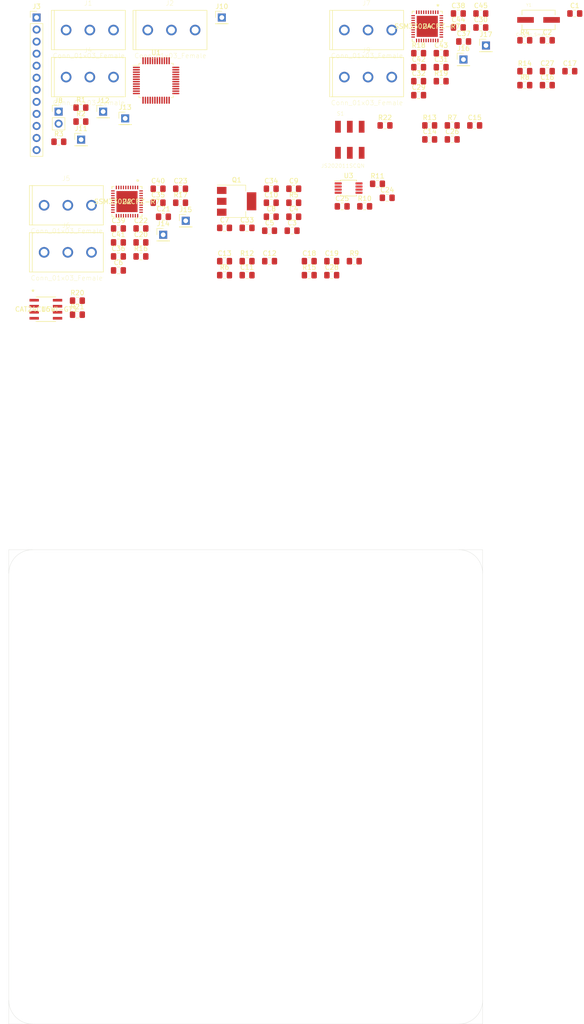
<source format=kicad_pcb>
(kicad_pcb (version 20171130) (host pcbnew "(5.1.4)-1")
  (layers (0 F.Cu signal) (31 B.Cu signal) (34 B.Paste user) (35 F.Paste user) (36 B.SilkS user) (37 F.SilkS user) (38 B.Mask user) (39 F.Mask user) (44 Edge.Cuts user))
  (net 0 "")
  (net 1 "Net-(C1-Pad2)")
  (net 2 GND)
  (net 3 /oscillator/MCLKI)
  (net 4 +3V3)
  (net 5 /power/DVDD)
  (net 6 "Net-(C11-Pad2)")
  (net 7 "Net-(C11-Pad1)")
  (net 8 "/output filter 2/In")
  (net 9 "Net-(C12-Pad1)")
  (net 10 "/output filter 1/In")
  (net 11 "Net-(C14-Pad1)")
  (net 12 "Net-(C15-Pad1)")
  (net 13 "/output filter 3/In")
  (net 14 "Net-(C16-Pad1)")
  (net 15 "Net-(C17-Pad1)")
  (net 16 "/output filter  4/In")
  (net 17 "Net-(C18-Pad1)")
  (net 18 "Net-(C19-Pad1)")
  (net 19 +12V)
  (net 20 "Net-(C26-Pad1)")
  (net 21 "Net-(C27-Pad1)")
  (net 22 "Net-(C28-Pad1)")
  (net 23 "Net-(C35-Pad1)")
  (net 24 "Net-(C36-Pad1)")
  (net 25 "Net-(C37-Pad1)")
  (net 26 "Net-(C38-Pad1)")
  (net 27 "Net-(J1-Pad3)")
  (net 28 "Net-(J1-Pad2)")
  (net 29 "Net-(J3-Pad11)")
  (net 30 "Net-(J3-Pad9)")
  (net 31 "Net-(J3-Pad7)")
  (net 32 "Net-(J3-Pad5)")
  (net 33 "Net-(J3-Pad3)")
  (net 34 "Net-(J3-Pad1)")
  (net 35 "Net-(J3-Pad12)")
  (net 36 "Net-(J3-Pad10)")
  (net 37 "Net-(J3-Pad8)")
  (net 38 "Net-(J3-Pad6)")
  (net 39 "Net-(J3-Pad4)")
  (net 40 "Net-(J3-Pad2)")
  (net 41 /SSM3302_1/IN_R)
  (net 42 /SSM3302_1/IN_L)
  (net 43 /EEPROM/SDA)
  (net 44 /EEPROM/SCL)
  (net 45 /power/VDRIVE)
  (net 46 "Net-(R1-Pad1)")
  (net 47 "Net-(R2-Pad1)")
  (net 48 "Net-(R3-Pad1)")
  (net 49 /oscillator/OSCO)
  (net 50 "Net-(R10-Pad2)")
  (net 51 /SSM3302_2/IN_R)
  (net 52 /SSM3302_2/IN_L)
  (net 53 "Net-(R16-Pad1)")
  (net 54 "Net-(R17-Pad1)")
  (net 55 "Net-(R18-Pad1)")
  (net 56 "Net-(R19-Pad1)")
  (net 57 "Net-(R22-Pad2)")
  (net 58 /EEPROM/WP)
  (net 59 "Net-(U1-Pad47)")
  (net 60 "Net-(U1-Pad41)")
  (net 61 "Net-(U1-Pad40)")
  (net 62 "Net-(U1-Pad39)")
  (net 63 "Net-(U1-Pad38)")
  (net 64 "Net-(U1-Pad35)")
  (net 65 "Net-(U1-Pad20)")
  (net 66 "Net-(U1-Pad7)")
  (net 67 "Net-(U1-Pad6)")
  (net 68 "Net-(U1-Pad5)")
  (net 69 "Net-(U2-Pad18)")
  (net 70 "Net-(U2-Pad13)")
  (net 71 "Net-(U4-Pad18)")
  (net 72 "Net-(U4-Pad13)")
  (net 73 "Net-(U5-Pad3)")
  (net 74 "Net-(U5-Pad2)")
  (net 75 "Net-(U5-Pad1)")
  (net 76 "Net-(C6-Pad2)")
  (net 77 "Net-(C6-Pad1)")
  (net 78 "Net-(C39-Pad2)")
  (net 79 "Net-(C39-Pad1)")
  (net 80 "Net-(C40-Pad2)")
  (net 81 "Net-(C40-Pad1)")
  (net 82 "Net-(C41-Pad2)")
  (net 83 "Net-(C41-Pad1)")
  (net 84 "Net-(C42-Pad2)")
  (net 85 "Net-(C42-Pad1)")
  (net 86 "Net-(C43-Pad2)")
  (net 87 "Net-(C43-Pad1)")
  (net 88 "Net-(C44-Pad2)")
  (net 89 "Net-(C44-Pad1)")
  (net 90 "Net-(C45-Pad2)")
  (net 91 "Net-(C45-Pad1)")
  (net 92 NOT_PWR)
  (net 93 +5V)
  (net 94 "Net-(J14-Pad1)")
  (net 95 "Net-(J15-Pad1)")
  (net 96 "Net-(J16-Pad1)")
  (net 97 "Net-(J17-Pad1)")
  (module ECS-122.8-20-3X-EN-TR:XTAL_ECS-122.8-20-3X-EN-TR (layer F.Cu) (at 173.795001 -63.714999)
    (fp_text reference Y1 (at -2.05498 -3.1404) (layer F.SilkS) (effects (font (size 0.641428 0.641428) (thickness 0.05))))
    (fp_text value Crystal_Small (at -1.48388 3.10144) (layer F.SilkS) (effects (font (size 0.640379 0.640379) (thickness 0.05))))
    (pad 2 smd rect (at 2.75 0) (size 3.5 1.2) (layers F.Cu F.Paste F.Mask) (net 3 /oscillator/MCLKI))
    (pad 1 smd rect (at -2.75 0) (size 3.5 1.2) (layers F.Cu F.Paste F.Mask) (net 1 "Net-(C1-Pad2)"))
  )
  (module CAT24:CAT24C16WI-GT3 (layer F.Cu) (at 69.824601 -2.708699)
    (fp_text reference U5 (at 0 0) (layer F.SilkS))
    (fp_text value CAT24C16WI-GT3 (at 0 0) (layer F.SilkS))
    (fp_text user * (at -2.7178 -3.6068) (layer F.SilkS))
    (pad 8 smd rect (at 2.4638 -1.905) (size 1.9812 0.5588) (layers F.Cu F.Paste F.Mask) (net 4 +3V3))
    (pad 7 smd rect (at 2.4638 -0.635) (size 1.9812 0.5588) (layers F.Cu F.Paste F.Mask) (net 58 /EEPROM/WP))
    (pad 6 smd rect (at 2.4638 0.635) (size 1.9812 0.5588) (layers F.Cu F.Paste F.Mask) (net 44 /EEPROM/SCL))
    (pad 5 smd rect (at 2.4638 1.905) (size 1.9812 0.5588) (layers F.Cu F.Paste F.Mask) (net 43 /EEPROM/SDA))
    (pad 4 smd rect (at -2.4638 1.905) (size 1.9812 0.5588) (layers F.Cu F.Paste F.Mask) (net 2 GND))
    (pad 3 smd rect (at -2.4638 0.635) (size 1.9812 0.5588) (layers F.Cu F.Paste F.Mask) (net 73 "Net-(U5-Pad3)"))
    (pad 2 smd rect (at -2.4638 -0.635) (size 1.9812 0.5588) (layers F.Cu F.Paste F.Mask) (net 74 "Net-(U5-Pad2)"))
    (pad 1 smd rect (at -2.4638 -1.905) (size 1.9812 0.5588) (layers F.Cu F.Paste F.Mask) (net 75 "Net-(U5-Pad1)"))
  )
  (module SSM3302:SSM3302ACPZ-R7 (layer F.Cu) (at 150.305002 -62.354998)
    (fp_text reference U4 (at 0 0) (layer F.SilkS))
    (fp_text value SSM3302ACPZ-R7 (at 0 0) (layer F.SilkS))
    (fp_text user * (at 2.25 -4.120401) (layer F.SilkS))
    (pad HTAB smd rect (at 0 0) (size 4.450001 4.450001) (layers F.Cu F.Paste F.Mask) (net 2 GND))
    (pad 40 smd rect (at 2.977401 -2.250001 90) (size 0.2492 0.7548) (layers F.Cu F.Paste F.Mask) (net 2 GND))
    (pad 39 smd rect (at 2.977401 -1.749999 90) (size 0.2492 0.7548) (layers F.Cu F.Paste F.Mask) (net 2 GND))
    (pad 38 smd rect (at 2.977401 -1.25 90) (size 0.2492 0.7548) (layers F.Cu F.Paste F.Mask) (net 2 GND))
    (pad 37 smd rect (at 2.977401 -0.750001 90) (size 0.2492 0.7548) (layers F.Cu F.Paste F.Mask) (net 19 +12V))
    (pad 36 smd rect (at 2.977401 -0.25 90) (size 0.2492 0.7548) (layers F.Cu F.Paste F.Mask) (net 19 +12V))
    (pad 35 smd rect (at 2.977401 0.25 90) (size 0.2492 0.7548) (layers F.Cu F.Paste F.Mask) (net 19 +12V))
    (pad 34 smd rect (at 2.977401 0.750001 90) (size 0.2492 0.7548) (layers F.Cu F.Paste F.Mask) (net 19 +12V))
    (pad 33 smd rect (at 2.977401 1.25 90) (size 0.2492 0.7548) (layers F.Cu F.Paste F.Mask) (net 2 GND))
    (pad 32 smd rect (at 2.977401 1.749999 90) (size 0.2492 0.7548) (layers F.Cu F.Paste F.Mask) (net 2 GND))
    (pad 31 smd rect (at 2.977401 2.250001 90) (size 0.2492 0.7548) (layers F.Cu F.Paste F.Mask) (net 2 GND))
    (pad 30 smd rect (at 2.250001 2.977401) (size 0.2492 0.7548) (layers F.Cu F.Paste F.Mask) (net 88 "Net-(C44-Pad2)"))
    (pad 29 smd rect (at 1.749999 2.977401) (size 0.2492 0.7548) (layers F.Cu F.Paste F.Mask) (net 89 "Net-(C44-Pad1)"))
    (pad 28 smd rect (at 1.25 2.977401) (size 0.2492 0.7548) (layers F.Cu F.Paste F.Mask) (net 89 "Net-(C44-Pad1)"))
    (pad 27 smd rect (at 0.750001 2.977401) (size 0.2492 0.7548) (layers F.Cu F.Paste F.Mask) (net 91 "Net-(C45-Pad1)"))
    (pad 26 smd rect (at 0.25 2.977401) (size 0.2492 0.7548) (layers F.Cu F.Paste F.Mask) (net 91 "Net-(C45-Pad1)"))
    (pad 25 smd rect (at -0.25 2.977401) (size 0.2492 0.7548) (layers F.Cu F.Paste F.Mask) (net 90 "Net-(C45-Pad2)"))
    (pad 24 smd rect (at -0.750001 2.977401) (size 0.2492 0.7548) (layers F.Cu F.Paste F.Mask) (net 2 GND))
    (pad 23 smd rect (at -1.25 2.977401) (size 0.2492 0.7548) (layers F.Cu F.Paste F.Mask) (net 4 +3V3))
    (pad 22 smd rect (at -1.749999 2.977401) (size 0.2492 0.7548) (layers F.Cu F.Paste F.Mask) (net 92 NOT_PWR))
    (pad 21 smd rect (at -2.250001 2.977401) (size 0.2492 0.7548) (layers F.Cu F.Paste F.Mask) (net 97 "Net-(J17-Pad1)"))
    (pad 20 smd rect (at -2.977401 2.250001 90) (size 0.2492 0.7548) (layers F.Cu F.Paste F.Mask) (net 51 /SSM3302_2/IN_R))
    (pad 19 smd rect (at -2.977401 1.749999 90) (size 0.2492 0.7548) (layers F.Cu F.Paste F.Mask) (net 56 "Net-(R19-Pad1)"))
    (pad 18 smd rect (at -2.977401 1.25 90) (size 0.2492 0.7548) (layers F.Cu F.Paste F.Mask) (net 71 "Net-(U4-Pad18)"))
    (pad 17 smd rect (at -2.977401 0.750001 90) (size 0.2492 0.7548) (layers F.Cu F.Paste F.Mask) (net 96 "Net-(J16-Pad1)"))
    (pad 16 smd rect (at -2.977401 0.25 90) (size 0.2492 0.7548) (layers F.Cu F.Paste F.Mask) (net 2 GND))
    (pad 15 smd rect (at -2.977401 -0.25 90) (size 0.2492 0.7548) (layers F.Cu F.Paste F.Mask) (net 2 GND))
    (pad 14 smd rect (at -2.977401 -0.750001 90) (size 0.2492 0.7548) (layers F.Cu F.Paste F.Mask) (net 2 GND))
    (pad 13 smd rect (at -2.977401 -1.25 90) (size 0.2492 0.7548) (layers F.Cu F.Paste F.Mask) (net 72 "Net-(U4-Pad13)"))
    (pad 12 smd rect (at -2.977401 -1.749999 90) (size 0.2492 0.7548) (layers F.Cu F.Paste F.Mask) (net 55 "Net-(R18-Pad1)"))
    (pad 11 smd rect (at -2.977401 -2.250001 90) (size 0.2492 0.7548) (layers F.Cu F.Paste F.Mask) (net 52 /SSM3302_2/IN_L))
    (pad 10 smd rect (at -2.250001 -2.977401) (size 0.2492 0.7548) (layers F.Cu F.Paste F.Mask) (net 93 +5V))
    (pad 9 smd rect (at -1.749999 -2.977401) (size 0.2492 0.7548) (layers F.Cu F.Paste F.Mask) (net 92 NOT_PWR))
    (pad 8 smd rect (at -1.25 -2.977401) (size 0.2492 0.7548) (layers F.Cu F.Paste F.Mask) (net 93 +5V))
    (pad 7 smd rect (at -0.750001 -2.977401) (size 0.2492 0.7548) (layers F.Cu F.Paste F.Mask) (net 2 GND))
    (pad 6 smd rect (at -0.25 -2.977401) (size 0.2492 0.7548) (layers F.Cu F.Paste F.Mask) (net 87 "Net-(C43-Pad1)"))
    (pad 5 smd rect (at 0.25 -2.977401) (size 0.2492 0.7548) (layers F.Cu F.Paste F.Mask) (net 86 "Net-(C43-Pad2)"))
    (pad 4 smd rect (at 0.750001 -2.977401) (size 0.2492 0.7548) (layers F.Cu F.Paste F.Mask) (net 86 "Net-(C43-Pad2)"))
    (pad 3 smd rect (at 1.25 -2.977401) (size 0.2492 0.7548) (layers F.Cu F.Paste F.Mask) (net 84 "Net-(C42-Pad2)"))
    (pad 2 smd rect (at 1.749999 -2.977401) (size 0.2492 0.7548) (layers F.Cu F.Paste F.Mask) (net 84 "Net-(C42-Pad2)"))
    (pad 1 smd rect (at 2.250001 -2.977401) (size 0.2492 0.7548) (layers F.Cu F.Paste F.Mask) (net 85 "Net-(C42-Pad1)"))
  )
  (module Package_SO:MSOP-8_3x3mm_P0.65mm (layer F.Cu) (at 133.705001 -28.254999)
    (fp_text reference U3 (at 0 -2.6) (layer F.SilkS))
    (fp_text value ADP3336ARMZ)
    (pad 8 smd rect (at 2.2 -0.975) (size 1.45 0.45) (layers F.Cu F.Paste F.Mask) (net 19 +12V))
    (pad 7 smd rect (at 2.2 -0.325) (size 1.45 0.45) (layers F.Cu F.Paste F.Mask) (net 19 +12V))
    (pad 6 smd rect (at 2.2 0.325) (size 1.45 0.45) (layers F.Cu F.Paste F.Mask) (net 19 +12V))
    (pad 5 smd rect (at 2.2 0.975) (size 1.45 0.45) (layers F.Cu F.Paste F.Mask) (net 50 "Net-(R10-Pad2)"))
    (pad 4 smd rect (at -2.2 0.975) (size 1.45 0.45) (layers F.Cu F.Paste F.Mask) (net 2 GND))
    (pad 3 smd rect (at -2.2 0.325) (size 1.45 0.45) (layers F.Cu F.Paste F.Mask) (net 4 +3V3))
    (pad 2 smd rect (at -2.2 -0.325) (size 1.45 0.45) (layers F.Cu F.Paste F.Mask) (net 4 +3V3))
    (pad 1 smd rect (at -2.2 -0.975) (size 1.45 0.45) (layers F.Cu F.Paste F.Mask) (net 4 +3V3))
  )
  (module SSM3302:SSM3302ACPZ-R7 (layer F.Cu) (at 86.945002 -25.404998)
    (fp_text reference U2 (at 0 0) (layer F.SilkS))
    (fp_text value SSM3302ACPZ-R7 (at 0 0) (layer F.SilkS))
    (fp_text user * (at 2.25 -4.120401) (layer F.SilkS))
    (pad HTAB smd rect (at 0 0) (size 4.450001 4.450001) (layers F.Cu F.Paste F.Mask) (net 2 GND))
    (pad 40 smd rect (at 2.977401 -2.250001 90) (size 0.2492 0.7548) (layers F.Cu F.Paste F.Mask) (net 2 GND))
    (pad 39 smd rect (at 2.977401 -1.749999 90) (size 0.2492 0.7548) (layers F.Cu F.Paste F.Mask) (net 2 GND))
    (pad 38 smd rect (at 2.977401 -1.25 90) (size 0.2492 0.7548) (layers F.Cu F.Paste F.Mask) (net 2 GND))
    (pad 37 smd rect (at 2.977401 -0.750001 90) (size 0.2492 0.7548) (layers F.Cu F.Paste F.Mask) (net 19 +12V))
    (pad 36 smd rect (at 2.977401 -0.25 90) (size 0.2492 0.7548) (layers F.Cu F.Paste F.Mask) (net 19 +12V))
    (pad 35 smd rect (at 2.977401 0.25 90) (size 0.2492 0.7548) (layers F.Cu F.Paste F.Mask) (net 19 +12V))
    (pad 34 smd rect (at 2.977401 0.750001 90) (size 0.2492 0.7548) (layers F.Cu F.Paste F.Mask) (net 19 +12V))
    (pad 33 smd rect (at 2.977401 1.25 90) (size 0.2492 0.7548) (layers F.Cu F.Paste F.Mask) (net 2 GND))
    (pad 32 smd rect (at 2.977401 1.749999 90) (size 0.2492 0.7548) (layers F.Cu F.Paste F.Mask) (net 2 GND))
    (pad 31 smd rect (at 2.977401 2.250001 90) (size 0.2492 0.7548) (layers F.Cu F.Paste F.Mask) (net 2 GND))
    (pad 30 smd rect (at 2.250001 2.977401) (size 0.2492 0.7548) (layers F.Cu F.Paste F.Mask) (net 80 "Net-(C40-Pad2)"))
    (pad 29 smd rect (at 1.749999 2.977401) (size 0.2492 0.7548) (layers F.Cu F.Paste F.Mask) (net 81 "Net-(C40-Pad1)"))
    (pad 28 smd rect (at 1.25 2.977401) (size 0.2492 0.7548) (layers F.Cu F.Paste F.Mask) (net 81 "Net-(C40-Pad1)"))
    (pad 27 smd rect (at 0.750001 2.977401) (size 0.2492 0.7548) (layers F.Cu F.Paste F.Mask) (net 83 "Net-(C41-Pad1)"))
    (pad 26 smd rect (at 0.25 2.977401) (size 0.2492 0.7548) (layers F.Cu F.Paste F.Mask) (net 83 "Net-(C41-Pad1)"))
    (pad 25 smd rect (at -0.25 2.977401) (size 0.2492 0.7548) (layers F.Cu F.Paste F.Mask) (net 82 "Net-(C41-Pad2)"))
    (pad 24 smd rect (at -0.750001 2.977401) (size 0.2492 0.7548) (layers F.Cu F.Paste F.Mask) (net 2 GND))
    (pad 23 smd rect (at -1.25 2.977401) (size 0.2492 0.7548) (layers F.Cu F.Paste F.Mask) (net 4 +3V3))
    (pad 22 smd rect (at -1.749999 2.977401) (size 0.2492 0.7548) (layers F.Cu F.Paste F.Mask) (net 92 NOT_PWR))
    (pad 21 smd rect (at -2.250001 2.977401) (size 0.2492 0.7548) (layers F.Cu F.Paste F.Mask) (net 95 "Net-(J15-Pad1)"))
    (pad 20 smd rect (at -2.977401 2.250001 90) (size 0.2492 0.7548) (layers F.Cu F.Paste F.Mask) (net 41 /SSM3302_1/IN_R))
    (pad 19 smd rect (at -2.977401 1.749999 90) (size 0.2492 0.7548) (layers F.Cu F.Paste F.Mask) (net 54 "Net-(R17-Pad1)"))
    (pad 18 smd rect (at -2.977401 1.25 90) (size 0.2492 0.7548) (layers F.Cu F.Paste F.Mask) (net 69 "Net-(U2-Pad18)"))
    (pad 17 smd rect (at -2.977401 0.750001 90) (size 0.2492 0.7548) (layers F.Cu F.Paste F.Mask) (net 94 "Net-(J14-Pad1)"))
    (pad 16 smd rect (at -2.977401 0.25 90) (size 0.2492 0.7548) (layers F.Cu F.Paste F.Mask) (net 2 GND))
    (pad 15 smd rect (at -2.977401 -0.25 90) (size 0.2492 0.7548) (layers F.Cu F.Paste F.Mask) (net 2 GND))
    (pad 14 smd rect (at -2.977401 -0.750001 90) (size 0.2492 0.7548) (layers F.Cu F.Paste F.Mask) (net 2 GND))
    (pad 13 smd rect (at -2.977401 -1.25 90) (size 0.2492 0.7548) (layers F.Cu F.Paste F.Mask) (net 70 "Net-(U2-Pad13)"))
    (pad 12 smd rect (at -2.977401 -1.749999 90) (size 0.2492 0.7548) (layers F.Cu F.Paste F.Mask) (net 53 "Net-(R16-Pad1)"))
    (pad 11 smd rect (at -2.977401 -2.250001 90) (size 0.2492 0.7548) (layers F.Cu F.Paste F.Mask) (net 42 /SSM3302_1/IN_L))
    (pad 10 smd rect (at -2.250001 -2.977401) (size 0.2492 0.7548) (layers F.Cu F.Paste F.Mask) (net 93 +5V))
    (pad 9 smd rect (at -1.749999 -2.977401) (size 0.2492 0.7548) (layers F.Cu F.Paste F.Mask) (net 92 NOT_PWR))
    (pad 8 smd rect (at -1.25 -2.977401) (size 0.2492 0.7548) (layers F.Cu F.Paste F.Mask) (net 93 +5V))
    (pad 7 smd rect (at -0.750001 -2.977401) (size 0.2492 0.7548) (layers F.Cu F.Paste F.Mask) (net 2 GND))
    (pad 6 smd rect (at -0.25 -2.977401) (size 0.2492 0.7548) (layers F.Cu F.Paste F.Mask) (net 79 "Net-(C39-Pad1)"))
    (pad 5 smd rect (at 0.25 -2.977401) (size 0.2492 0.7548) (layers F.Cu F.Paste F.Mask) (net 78 "Net-(C39-Pad2)"))
    (pad 4 smd rect (at 0.750001 -2.977401) (size 0.2492 0.7548) (layers F.Cu F.Paste F.Mask) (net 78 "Net-(C39-Pad2)"))
    (pad 3 smd rect (at 1.25 -2.977401) (size 0.2492 0.7548) (layers F.Cu F.Paste F.Mask) (net 76 "Net-(C6-Pad2)"))
    (pad 2 smd rect (at 1.749999 -2.977401) (size 0.2492 0.7548) (layers F.Cu F.Paste F.Mask) (net 76 "Net-(C6-Pad2)"))
    (pad 1 smd rect (at 2.250001 -2.977401) (size 0.2492 0.7548) (layers F.Cu F.Paste F.Mask) (net 77 "Net-(C6-Pad1)"))
  )
  (module Package_QFP:LQFP-48_7x7mm_P0.5mm (layer F.Cu) (at 93.085001 -50.944999)
    (fp_text reference U1 (at 0 -5.85) (layer F.SilkS))
    (fp_text value ADAU1701)
    (pad 48 smd roundrect (at -2.75 -4.1625) (size 0.3 1.475) (layers F.Cu F.Paste F.Mask) (net 4 +3V3))
    (pad 47 smd roundrect (at -2.25 -4.1625) (size 0.3 1.475) (layers F.Cu F.Paste F.Mask) (net 59 "Net-(U1-Pad47)"))
    (pad 46 smd roundrect (at -1.75 -4.1625) (size 0.3 1.475) (layers F.Cu F.Paste F.Mask) (net 10 "/output filter 1/In"))
    (pad 45 smd roundrect (at -1.25 -4.1625) (size 0.3 1.475) (layers F.Cu F.Paste F.Mask) (net 8 "/output filter 2/In"))
    (pad 44 smd roundrect (at -0.75 -4.1625) (size 0.3 1.475) (layers F.Cu F.Paste F.Mask) (net 13 "/output filter 3/In"))
    (pad 43 smd roundrect (at -0.25 -4.1625) (size 0.3 1.475) (layers F.Cu F.Paste F.Mask) (net 16 "/output filter  4/In"))
    (pad 42 smd roundrect (at 0.25 -4.1625) (size 0.3 1.475) (layers F.Cu F.Paste F.Mask) (net 2 GND))
    (pad 41 smd roundrect (at 0.75 -4.1625) (size 0.3 1.475) (layers F.Cu F.Paste F.Mask) (net 60 "Net-(U1-Pad41)"))
    (pad 40 smd roundrect (at 1.25 -4.1625) (size 0.3 1.475) (layers F.Cu F.Paste F.Mask) (net 61 "Net-(U1-Pad40)"))
    (pad 39 smd roundrect (at 1.75 -4.1625) (size 0.3 1.475) (layers F.Cu F.Paste F.Mask) (net 62 "Net-(U1-Pad39)"))
    (pad 38 smd roundrect (at 2.25 -4.1625) (size 0.3 1.475) (layers F.Cu F.Paste F.Mask) (net 63 "Net-(U1-Pad38)"))
    (pad 37 smd roundrect (at 2.75 -4.1625) (size 0.3 1.475) (layers F.Cu F.Paste F.Mask) (net 2 GND))
    (pad 36 smd roundrect (at 4.1625 -2.75) (size 1.475 0.3) (layers F.Cu F.Paste F.Mask) (net 4 +3V3))
    (pad 35 smd roundrect (at 4.1625 -2.25) (size 1.475 0.3) (layers F.Cu F.Paste F.Mask) (net 64 "Net-(U1-Pad35)"))
    (pad 34 smd roundrect (at 4.1625 -1.75) (size 1.475 0.3) (layers F.Cu F.Paste F.Mask) (net 4 +3V3))
    (pad 33 smd roundrect (at 4.1625 -1.25) (size 1.475 0.3) (layers F.Cu F.Paste F.Mask) (net 2 GND))
    (pad 32 smd roundrect (at 4.1625 -0.75) (size 1.475 0.3) (layers F.Cu F.Paste F.Mask) (net 3 /oscillator/MCLKI))
    (pad 31 smd roundrect (at 4.1625 -0.25) (size 1.475 0.3) (layers F.Cu F.Paste F.Mask) (net 49 /oscillator/OSCO))
    (pad 30 smd roundrect (at 4.1625 0.25) (size 1.475 0.3) (layers F.Cu F.Paste F.Mask) (net 2 GND))
    (pad 29 smd roundrect (at 4.1625 0.75) (size 1.475 0.3) (layers F.Cu F.Paste F.Mask) (net 33 "Net-(J3-Pad3)"))
    (pad 28 smd roundrect (at 4.1625 1.25) (size 1.475 0.3) (layers F.Cu F.Paste F.Mask) (net 39 "Net-(J3-Pad4)"))
    (pad 27 smd roundrect (at 4.1625 1.75) (size 1.475 0.3) (layers F.Cu F.Paste F.Mask) (net 30 "Net-(J3-Pad9)"))
    (pad 26 smd roundrect (at 4.1625 2.25) (size 1.475 0.3) (layers F.Cu F.Paste F.Mask) (net 36 "Net-(J3-Pad10)"))
    (pad 25 smd roundrect (at 4.1625 2.75) (size 1.475 0.3) (layers F.Cu F.Paste F.Mask) (net 2 GND))
    (pad 24 smd roundrect (at 2.75 4.1625) (size 0.3 1.475) (layers F.Cu F.Paste F.Mask) (net 5 /power/DVDD))
    (pad 23 smd roundrect (at 2.25 4.1625) (size 0.3 1.475) (layers F.Cu F.Paste F.Mask) (net 44 /EEPROM/SCL))
    (pad 22 smd roundrect (at 1.75 4.1625) (size 0.3 1.475) (layers F.Cu F.Paste F.Mask) (net 43 /EEPROM/SDA))
    (pad 21 smd roundrect (at 1.25 4.1625) (size 0.3 1.475) (layers F.Cu F.Paste F.Mask) (net 58 /EEPROM/WP))
    (pad 20 smd roundrect (at 0.75 4.1625) (size 0.3 1.475) (layers F.Cu F.Paste F.Mask) (net 65 "Net-(U1-Pad20)"))
    (pad 19 smd roundrect (at 0.25 4.1625) (size 0.3 1.475) (layers F.Cu F.Paste F.Mask) (net 35 "Net-(J3-Pad12)"))
    (pad 18 smd roundrect (at -0.25 4.1625) (size 0.3 1.475) (layers F.Cu F.Paste F.Mask) (net 4 +3V3))
    (pad 17 smd roundrect (at -0.75 4.1625) (size 0.3 1.475) (layers F.Cu F.Paste F.Mask) (net 45 /power/VDRIVE))
    (pad 16 smd roundrect (at -1.25 4.1625) (size 0.3 1.475) (layers F.Cu F.Paste F.Mask) (net 29 "Net-(J3-Pad11)"))
    (pad 15 smd roundrect (at -1.75 4.1625) (size 0.3 1.475) (layers F.Cu F.Paste F.Mask) (net 31 "Net-(J3-Pad7)"))
    (pad 14 smd roundrect (at -2.25 4.1625) (size 0.3 1.475) (layers F.Cu F.Paste F.Mask) (net 37 "Net-(J3-Pad8)"))
    (pad 13 smd roundrect (at -2.75 4.1625) (size 0.3 1.475) (layers F.Cu F.Paste F.Mask) (net 5 /power/DVDD))
    (pad 12 smd roundrect (at -4.1625 2.75) (size 1.475 0.3) (layers F.Cu F.Paste F.Mask) (net 2 GND))
    (pad 11 smd roundrect (at -4.1625 2.25) (size 1.475 0.3) (layers F.Cu F.Paste F.Mask) (net 34 "Net-(J3-Pad1)"))
    (pad 10 smd roundrect (at -4.1625 1.75) (size 1.475 0.3) (layers F.Cu F.Paste F.Mask) (net 40 "Net-(J3-Pad2)"))
    (pad 9 smd roundrect (at -4.1625 1.25) (size 1.475 0.3) (layers F.Cu F.Paste F.Mask) (net 38 "Net-(J3-Pad6)"))
    (pad 8 smd roundrect (at -4.1625 0.75) (size 1.475 0.3) (layers F.Cu F.Paste F.Mask) (net 32 "Net-(J3-Pad5)"))
    (pad 7 smd roundrect (at -4.1625 0.25) (size 1.475 0.3) (layers F.Cu F.Paste F.Mask) (net 66 "Net-(U1-Pad7)"))
    (pad 6 smd roundrect (at -4.1625 -0.25) (size 1.475 0.3) (layers F.Cu F.Paste F.Mask) (net 67 "Net-(U1-Pad6)"))
    (pad 5 smd roundrect (at -4.1625 -0.75) (size 1.475 0.3) (layers F.Cu F.Paste F.Mask) (net 68 "Net-(U1-Pad5)"))
    (pad 4 smd roundrect (at -4.1625 -1.25) (size 1.475 0.3) (layers F.Cu F.Paste F.Mask) (net 48 "Net-(R3-Pad1)"))
    (pad 3 smd roundrect (at -4.1625 -1.75) (size 1.475 0.3) (layers F.Cu F.Paste F.Mask) (net 46 "Net-(R1-Pad1)"))
    (pad 2 smd roundrect (at -4.1625 -2.25) (size 1.475 0.3) (layers F.Cu F.Paste F.Mask) (net 47 "Net-(R2-Pad1)"))
    (pad 1 smd roundrect (at -4.1625 -2.75) (size 1.475 0.3) (layers F.Cu F.Paste F.Mask) (net 2 GND))
  )
  (module "Switch JS202011SCQN:SW_JS202011SCQN" (layer F.Cu) (at 133.963501 -38.44)
    (fp_text reference S1 (at -1.97145 -5.51762) (layer F.SilkS) (effects (font (size 0.801394 0.801394) (thickness 0.05))))
    (fp_text value JS202011SCQN (at -1.46182 5.49885) (layer F.SilkS) (effects (font (size 0.801 0.801) (thickness 0.05))))
    (pad 6 smd rect (at 2.5 -2.75) (size 1.2 2.5) (layers F.Cu F.Paste F.Mask) (net 57 "Net-(R22-Pad2)"))
    (pad 5 smd rect (at 0 -2.75) (size 1.2 2.5) (layers F.Cu F.Paste F.Mask) (net 58 /EEPROM/WP))
    (pad 4 smd rect (at -2.5 -2.75) (size 1.2 2.5) (layers F.Cu F.Paste F.Mask) (net 2 GND))
    (pad 3 smd rect (at 2.5 2.75) (size 1.2 2.5) (layers F.Cu F.Paste F.Mask) (net 57 "Net-(R22-Pad2)"))
    (pad 2 smd rect (at 0 2.75) (size 1.2 2.5) (layers F.Cu F.Paste F.Mask) (net 58 /EEPROM/WP))
    (pad 1 smd rect (at -2.5 2.75) (size 1.2 2.5) (layers F.Cu F.Paste F.Mask) (net 2 GND))
  )
  (module Resistor_SMD:R_0805_2012Metric_Pad1.15x1.40mm_HandSolder (layer F.Cu) (at 141.395001 -41.464999)
    (fp_text reference R22 (at 0 -1.65) (layer F.SilkS))
    (fp_text value 2k20)
    (pad 2 smd roundrect (at 1.025 0) (size 1.15 1.4) (layers F.Cu F.Paste F.Mask) (roundrect_rratio 0.217391) (net 57 "Net-(R22-Pad2)"))
    (pad 1 smd roundrect (at -1.025 0) (size 1.15 1.4) (layers F.Cu F.Paste F.Mask) (roundrect_rratio 0.217391) (net 4 +3V3))
  )
  (module Resistor_SMD:R_0805_2012Metric_Pad1.15x1.40mm_HandSolder (layer F.Cu) (at 76.475001 -1.564999)
    (fp_text reference R21 (at 0 -1.65) (layer F.SilkS))
    (fp_text value 2k20)
    (pad 2 smd roundrect (at 1.025 0) (size 1.15 1.4) (layers F.Cu F.Paste F.Mask) (roundrect_rratio 0.217391) (net 43 /EEPROM/SDA))
    (pad 1 smd roundrect (at -1.025 0) (size 1.15 1.4) (layers F.Cu F.Paste F.Mask) (roundrect_rratio 0.217391) (net 4 +3V3))
  )
  (module Resistor_SMD:R_0805_2012Metric_Pad1.15x1.40mm_HandSolder (layer F.Cu) (at 76.475001 -4.514999)
    (fp_text reference R20 (at 0 -1.65) (layer F.SilkS))
    (fp_text value 2k20)
    (pad 2 smd roundrect (at 1.025 0) (size 1.15 1.4) (layers F.Cu F.Paste F.Mask) (roundrect_rratio 0.217391) (net 44 /EEPROM/SCL))
    (pad 1 smd roundrect (at -1.025 0) (size 1.15 1.4) (layers F.Cu F.Paste F.Mask) (roundrect_rratio 0.217391) (net 4 +3V3))
  )
  (module Resistor_SMD:R_0805_2012Metric_Pad1.15x1.40mm_HandSolder (layer F.Cu) (at 153.245001 -50.794999)
    (fp_text reference R19 (at 0 -1.65) (layer F.SilkS))
    (fp_text value 13k)
    (pad 2 smd roundrect (at 1.025 0) (size 1.15 1.4) (layers F.Cu F.Paste F.Mask) (roundrect_rratio 0.217391) (net 26 "Net-(C38-Pad1)"))
    (pad 1 smd roundrect (at -1.025 0) (size 1.15 1.4) (layers F.Cu F.Paste F.Mask) (roundrect_rratio 0.217391) (net 56 "Net-(R19-Pad1)"))
  )
  (module Resistor_SMD:R_0805_2012Metric_Pad1.15x1.40mm_HandSolder (layer F.Cu) (at 148.495001 -56.694999)
    (fp_text reference R18 (at 0 -1.65) (layer F.SilkS))
    (fp_text value 13k)
    (pad 2 smd roundrect (at 1.025 0) (size 1.15 1.4) (layers F.Cu F.Paste F.Mask) (roundrect_rratio 0.217391) (net 25 "Net-(C37-Pad1)"))
    (pad 1 smd roundrect (at -1.025 0) (size 1.15 1.4) (layers F.Cu F.Paste F.Mask) (roundrect_rratio 0.217391) (net 55 "Net-(R18-Pad1)"))
  )
  (module Resistor_SMD:R_0805_2012Metric_Pad1.15x1.40mm_HandSolder (layer F.Cu) (at 98.255001 -25.164999)
    (fp_text reference R17 (at 0 -1.65) (layer F.SilkS))
    (fp_text value 13k)
    (pad 2 smd roundrect (at 1.025 0) (size 1.15 1.4) (layers F.Cu F.Paste F.Mask) (roundrect_rratio 0.217391) (net 24 "Net-(C36-Pad1)"))
    (pad 1 smd roundrect (at -1.025 0) (size 1.15 1.4) (layers F.Cu F.Paste F.Mask) (roundrect_rratio 0.217391) (net 54 "Net-(R17-Pad1)"))
  )
  (module Resistor_SMD:R_0805_2012Metric_Pad1.15x1.40mm_HandSolder (layer F.Cu) (at 89.885001 -13.844999)
    (fp_text reference R16 (at 0 -1.65) (layer F.SilkS))
    (fp_text value 13k)
    (pad 2 smd roundrect (at 1.025 0) (size 1.15 1.4) (layers F.Cu F.Paste F.Mask) (roundrect_rratio 0.217391) (net 23 "Net-(C35-Pad1)"))
    (pad 1 smd roundrect (at -1.025 0) (size 1.15 1.4) (layers F.Cu F.Paste F.Mask) (roundrect_rratio 0.217391) (net 53 "Net-(R16-Pad1)"))
  )
  (module Resistor_SMD:R_0805_2012Metric_Pad1.15x1.40mm_HandSolder (layer F.Cu) (at 125.405001 -9.894999)
    (fp_text reference R15 (at 0 -1.65) (layer F.SilkS))
    (fp_text value 13k)
    (pad 2 smd roundrect (at 1.025 0) (size 1.15 1.4) (layers F.Cu F.Paste F.Mask) (roundrect_rratio 0.217391) (net 22 "Net-(C28-Pad1)"))
    (pad 1 smd roundrect (at -1.025 0) (size 1.15 1.4) (layers F.Cu F.Paste F.Mask) (roundrect_rratio 0.217391) (net 52 /SSM3302_2/IN_L))
  )
  (module Resistor_SMD:R_0805_2012Metric_Pad1.15x1.40mm_HandSolder (layer F.Cu) (at 170.895001 -52.904999)
    (fp_text reference R14 (at 0 -1.65) (layer F.SilkS))
    (fp_text value 13k)
    (pad 2 smd roundrect (at 1.025 0) (size 1.15 1.4) (layers F.Cu F.Paste F.Mask) (roundrect_rratio 0.217391) (net 21 "Net-(C27-Pad1)"))
    (pad 1 smd roundrect (at -1.025 0) (size 1.15 1.4) (layers F.Cu F.Paste F.Mask) (roundrect_rratio 0.217391) (net 51 /SSM3302_2/IN_R))
  )
  (module Resistor_SMD:R_0805_2012Metric_Pad1.15x1.40mm_HandSolder (layer F.Cu) (at 150.825001 -41.464999)
    (fp_text reference R13 (at 0 -1.65) (layer F.SilkS))
    (fp_text value 13k)
    (pad 2 smd roundrect (at 1.025 0) (size 1.15 1.4) (layers F.Cu F.Paste F.Mask) (roundrect_rratio 0.217391) (net 20 "Net-(C26-Pad1)"))
    (pad 1 smd roundrect (at -1.025 0) (size 1.15 1.4) (layers F.Cu F.Paste F.Mask) (roundrect_rratio 0.217391) (net 41 /SSM3302_1/IN_R))
  )
  (module Resistor_SMD:R_0805_2012Metric_Pad1.15x1.40mm_HandSolder (layer F.Cu) (at 112.285001 -12.844999)
    (fp_text reference R12 (at 0 -1.65) (layer F.SilkS))
    (fp_text value 13k)
    (pad 2 smd roundrect (at 1.025 0) (size 1.15 1.4) (layers F.Cu F.Paste F.Mask) (roundrect_rratio 0.217391) (net 7 "Net-(C11-Pad1)"))
    (pad 1 smd roundrect (at -1.025 0) (size 1.15 1.4) (layers F.Cu F.Paste F.Mask) (roundrect_rratio 0.217391) (net 42 /SSM3302_1/IN_L))
  )
  (module Resistor_SMD:R_0805_2012Metric_Pad1.15x1.40mm_HandSolder (layer F.Cu) (at 139.805001 -29.154999)
    (fp_text reference R11 (at 0 -1.65) (layer F.SilkS))
    (fp_text value 78.7k)
    (pad 2 smd roundrect (at 1.025 0) (size 1.15 1.4) (layers F.Cu F.Paste F.Mask) (roundrect_rratio 0.217391) (net 2 GND))
    (pad 1 smd roundrect (at -1.025 0) (size 1.15 1.4) (layers F.Cu F.Paste F.Mask) (roundrect_rratio 0.217391) (net 50 "Net-(R10-Pad2)"))
  )
  (module Resistor_SMD:R_0805_2012Metric_Pad1.15x1.40mm_HandSolder (layer F.Cu) (at 137.105001 -24.404999)
    (fp_text reference R10 (at 0 -1.65) (layer F.SilkS))
    (fp_text value 140k)
    (pad 2 smd roundrect (at 1.025 0) (size 1.15 1.4) (layers F.Cu F.Paste F.Mask) (roundrect_rratio 0.217391) (net 50 "Net-(R10-Pad2)"))
    (pad 1 smd roundrect (at -1.025 0) (size 1.15 1.4) (layers F.Cu F.Paste F.Mask) (roundrect_rratio 0.217391) (net 4 +3V3))
  )
  (module Resistor_SMD:R_0805_2012Metric_Pad1.15x1.40mm_HandSolder (layer F.Cu) (at 134.905001 -12.844999)
    (fp_text reference R9 (at 0 -1.65) (layer F.SilkS))
    (fp_text value 560r)
    (pad 2 smd roundrect (at 1.025 0) (size 1.15 1.4) (layers F.Cu F.Paste F.Mask) (roundrect_rratio 0.217391) (net 17 "Net-(C18-Pad1)"))
    (pad 1 smd roundrect (at -1.025 0) (size 1.15 1.4) (layers F.Cu F.Paste F.Mask) (roundrect_rratio 0.217391) (net 18 "Net-(C19-Pad1)"))
  )
  (module Resistor_SMD:R_0805_2012Metric_Pad1.15x1.40mm_HandSolder (layer F.Cu) (at 170.895001 -49.954999)
    (fp_text reference R8 (at 0 -1.65) (layer F.SilkS))
    (fp_text value 560r)
    (pad 2 smd roundrect (at 1.025 0) (size 1.15 1.4) (layers F.Cu F.Paste F.Mask) (roundrect_rratio 0.217391) (net 14 "Net-(C16-Pad1)"))
    (pad 1 smd roundrect (at -1.025 0) (size 1.15 1.4) (layers F.Cu F.Paste F.Mask) (roundrect_rratio 0.217391) (net 15 "Net-(C17-Pad1)"))
  )
  (module Resistor_SMD:R_0805_2012Metric_Pad1.15x1.40mm_HandSolder (layer F.Cu) (at 155.575001 -41.464999)
    (fp_text reference R7 (at 0 -1.65) (layer F.SilkS))
    (fp_text value 560r)
    (pad 2 smd roundrect (at 1.025 0) (size 1.15 1.4) (layers F.Cu F.Paste F.Mask) (roundrect_rratio 0.217391) (net 11 "Net-(C14-Pad1)"))
    (pad 1 smd roundrect (at -1.025 0) (size 1.15 1.4) (layers F.Cu F.Paste F.Mask) (roundrect_rratio 0.217391) (net 12 "Net-(C15-Pad1)"))
  )
  (module Resistor_SMD:R_0805_2012Metric_Pad1.15x1.40mm_HandSolder (layer F.Cu) (at 107.535001 -9.894999)
    (fp_text reference R6 (at 0 -1.65) (layer F.SilkS))
    (fp_text value 560r)
    (pad 2 smd roundrect (at 1.025 0) (size 1.15 1.4) (layers F.Cu F.Paste F.Mask) (roundrect_rratio 0.217391) (net 9 "Net-(C12-Pad1)"))
    (pad 1 smd roundrect (at -1.025 0) (size 1.15 1.4) (layers F.Cu F.Paste F.Mask) (roundrect_rratio 0.217391) (net 6 "Net-(C11-Pad2)"))
  )
  (module Resistor_SMD:R_0805_2012Metric_Pad1.15x1.40mm_HandSolder (layer F.Cu) (at 122.135001 -25.164999)
    (fp_text reference R5 (at 0 -1.65) (layer F.SilkS))
    (fp_text value 1k00)
    (pad 2 smd roundrect (at 1.025 0) (size 1.15 1.4) (layers F.Cu F.Paste F.Mask) (roundrect_rratio 0.217391) (net 45 /power/VDRIVE))
    (pad 1 smd roundrect (at -1.025 0) (size 1.15 1.4) (layers F.Cu F.Paste F.Mask) (roundrect_rratio 0.217391) (net 4 +3V3))
  )
  (module Resistor_SMD:R_0805_2012Metric_Pad1.15x1.40mm_HandSolder (layer F.Cu) (at 170.895001 -59.414999)
    (fp_text reference R4 (at 0 -1.65) (layer F.SilkS))
    (fp_text value 100)
    (pad 2 smd roundrect (at 1.025 0) (size 1.15 1.4) (layers F.Cu F.Paste F.Mask) (roundrect_rratio 0.217391) (net 1 "Net-(C1-Pad2)"))
    (pad 1 smd roundrect (at -1.025 0) (size 1.15 1.4) (layers F.Cu F.Paste F.Mask) (roundrect_rratio 0.217391) (net 49 /oscillator/OSCO))
  )
  (module Resistor_SMD:R_0805_2012Metric_Pad1.15x1.40mm_HandSolder (layer F.Cu) (at 72.565001 -38.024999)
    (fp_text reference R3 (at 0 -1.65) (layer F.SilkS))
    (fp_text value 18k0)
    (pad 2 smd roundrect (at 1.025 0) (size 1.15 1.4) (layers F.Cu F.Paste F.Mask) (roundrect_rratio 0.217391) (net 28 "Net-(J1-Pad2)"))
    (pad 1 smd roundrect (at -1.025 0) (size 1.15 1.4) (layers F.Cu F.Paste F.Mask) (roundrect_rratio 0.217391) (net 48 "Net-(R3-Pad1)"))
  )
  (module Resistor_SMD:R_0805_2012Metric_Pad1.15x1.40mm_HandSolder (layer F.Cu) (at 77.215001 -42.274999)
    (fp_text reference R2 (at 0 -1.65) (layer F.SilkS))
    (fp_text value 18k0)
    (pad 2 smd roundrect (at 1.025 0) (size 1.15 1.4) (layers F.Cu F.Paste F.Mask) (roundrect_rratio 0.217391) (net 27 "Net-(J1-Pad3)"))
    (pad 1 smd roundrect (at -1.025 0) (size 1.15 1.4) (layers F.Cu F.Paste F.Mask) (roundrect_rratio 0.217391) (net 47 "Net-(R2-Pad1)"))
  )
  (module Resistor_SMD:R_0805_2012Metric_Pad1.15x1.40mm_HandSolder (layer F.Cu) (at 77.215001 -45.224999)
    (fp_text reference R1 (at 0 -1.65) (layer F.SilkS))
    (fp_text value 18k)
    (pad 2 smd roundrect (at 1.025 0) (size 1.15 1.4) (layers F.Cu F.Paste F.Mask) (roundrect_rratio 0.217391) (net 2 GND))
    (pad 1 smd roundrect (at -1.025 0) (size 1.15 1.4) (layers F.Cu F.Paste F.Mask) (roundrect_rratio 0.217391) (net 46 "Net-(R1-Pad1)"))
  )
  (module Package_TO_SOT_SMD:SOT-223 (layer F.Cu) (at 110.085001 -25.464999)
    (fp_text reference Q1 (at 0 -4.5) (layer F.SilkS))
    (fp_text value Q_PNP_BCEC)
    (pad 1 smd rect (at -3.15 -2.3) (size 2 1.5) (layers F.Cu F.Paste F.Mask) (net 45 /power/VDRIVE))
    (pad 3 smd rect (at -3.15 2.3) (size 2 1.5) (layers F.Cu F.Paste F.Mask) (net 4 +3V3))
    (pad 2 smd rect (at -3.15 0) (size 2 1.5) (layers F.Cu F.Paste F.Mask) (net 5 /power/DVDD))
    (pad 4 smd rect (at 3.15 0) (size 2 3.8) (layers F.Cu F.Paste F.Mask) (net 5 /power/DVDD))
  )
  (module Connector_PinHeader_2.54mm:PinHeader_1x01_P2.54mm_Vertical (layer F.Cu) (at 162.695001 -58.314999)
    (fp_text reference J17 (at 0 -2.33) (layer F.SilkS))
    (fp_text value Gain_Conn)
    (pad 1 thru_hole rect (at 0 0) (size 1.7 1.7) (drill 1) (layers *.Cu *.Mask) (net 97 "Net-(J17-Pad1)"))
  )
  (module Connector_PinHeader_2.54mm:PinHeader_1x01_P2.54mm_Vertical (layer F.Cu) (at 157.945001 -55.364999)
    (fp_text reference J16 (at 0 -2.33) (layer F.SilkS))
    (fp_text value THERM)
    (pad 1 thru_hole rect (at 0 0) (size 1.7 1.7) (drill 1) (layers *.Cu *.Mask) (net 96 "Net-(J16-Pad1)"))
  )
  (module Connector_PinHeader_2.54mm:PinHeader_1x01_P2.54mm_Vertical (layer F.Cu) (at 99.335001 -21.364999)
    (fp_text reference J15 (at 0 -2.33) (layer F.SilkS))
    (fp_text value Gain_Conn)
    (pad 1 thru_hole rect (at 0 0) (size 1.7 1.7) (drill 1) (layers *.Cu *.Mask) (net 95 "Net-(J15-Pad1)"))
  )
  (module Connector_PinHeader_2.54mm:PinHeader_1x01_P2.54mm_Vertical (layer F.Cu) (at 94.585001 -18.414999)
    (fp_text reference J14 (at 0 -2.33) (layer F.SilkS))
    (fp_text value THERM)
    (pad 1 thru_hole rect (at 0 0) (size 1.7 1.7) (drill 1) (layers *.Cu *.Mask) (net 94 "Net-(J14-Pad1)"))
  )
  (module Connector_PinHeader_2.54mm:PinHeader_1x01_P2.54mm_Vertical (layer F.Cu) (at 86.565001 -42.944999)
    (fp_text reference J13 (at 0 -2.33) (layer F.SilkS))
    (fp_text value 5V_Conn)
    (pad 1 thru_hole rect (at 0 0) (size 1.7 1.7) (drill 1) (layers *.Cu *.Mask) (net 93 +5V))
  )
  (module Connector_PinHeader_2.54mm:PinHeader_1x01_P2.54mm_Vertical (layer F.Cu) (at 81.915001 -44.374999)
    (fp_text reference J12 (at 0 -2.33) (layer F.SilkS))
    (fp_text value GND_Conn)
    (pad 1 thru_hole rect (at 0 0) (size 1.7 1.7) (drill 1) (layers *.Cu *.Mask) (net 2 GND))
  )
  (module Connector_PinHeader_2.54mm:PinHeader_1x01_P2.54mm_Vertical (layer F.Cu) (at 77.265001 -38.474999)
    (fp_text reference J11 (at 0 -2.33) (layer F.SilkS))
    (fp_text value 3.3V_Conn)
    (pad 1 thru_hole rect (at 0 0) (size 1.7 1.7) (drill 1) (layers *.Cu *.Mask) (net 4 +3V3))
  )
  (module Connector_PinHeader_2.54mm:PinHeader_1x01_P2.54mm_Vertical (layer F.Cu) (at 106.955001 -64.214999)
    (fp_text reference J10 (at 0 -2.33) (layer F.SilkS))
    (fp_text value NOT_PWR_CONN)
    (pad 1 thru_hole rect (at 0 0) (size 1.7 1.7) (drill 1) (layers *.Cu *.Mask) (net 92 NOT_PWR))
  )
  (module 691213710003:691213710003 (layer F.Cu) (at 137.813501 -51.656499)
    (fp_text reference J9 (at -0.352 -5.6619) (layer F.SilkS) (effects (font (thickness 0.05))))
    (fp_text value Conn_01x03_Female (at -0.217 5.42) (layer F.SilkS) (effects (font (thickness 0.05))))
    (fp_text user 1 (at -5.5 2.75) (layer Edge.Cuts) (effects (font (thickness 0.05))))
    (pad 3 thru_hole circle (at 5 0) (size 2.25 2.25) (drill 1.5) (layers *.Cu *.Mask) (net 91 "Net-(C45-Pad1)"))
    (pad 1 thru_hole circle (at -5 0) (size 2.25 2.25) (drill 1.5) (layers *.Cu *.Mask) (net 89 "Net-(C44-Pad1)"))
    (pad 2 thru_hole circle (at 0 0) (size 2.25 2.25) (drill 1.5) (layers *.Cu *.Mask) (net 89 "Net-(C44-Pad1)"))
  )
  (module Connector_PinHeader_2.54mm:PinHeader_1x02_P2.54mm_Vertical (layer F.Cu) (at 72.515001 -44.374999)
    (fp_text reference J8 (at 0 -2.33) (layer F.SilkS))
    (fp_text value CONN_EEPROM)
    (pad 2 thru_hole oval (at 0 2.54) (size 1.7 1.7) (drill 1) (layers *.Cu *.Mask) (net 43 /EEPROM/SDA))
    (pad 1 thru_hole rect (at 0 0) (size 1.7 1.7) (drill 1) (layers *.Cu *.Mask) (net 44 /EEPROM/SCL))
  )
  (module 691213710003:691213710003 (layer F.Cu) (at 137.813501 -61.576499)
    (fp_text reference J7 (at -0.352 -5.6619) (layer F.SilkS) (effects (font (thickness 0.05))))
    (fp_text value Conn_01x03_Female (at -0.217 5.42) (layer F.SilkS) (effects (font (thickness 0.05))))
    (fp_text user 1 (at -5.5 2.75) (layer Edge.Cuts) (effects (font (thickness 0.05))))
    (pad 3 thru_hole circle (at 5 0) (size 2.25 2.25) (drill 1.5) (layers *.Cu *.Mask) (net 84 "Net-(C42-Pad2)"))
    (pad 1 thru_hole circle (at -5 0) (size 2.25 2.25) (drill 1.5) (layers *.Cu *.Mask) (net 86 "Net-(C43-Pad2)"))
    (pad 2 thru_hole circle (at 0 0) (size 2.25 2.25) (drill 1.5) (layers *.Cu *.Mask) (net 84 "Net-(C42-Pad2)"))
  )
  (module 691213710003:691213710003 (layer F.Cu) (at 74.453501 -14.706499)
    (fp_text reference J6 (at -0.352 -5.6619) (layer F.SilkS) (effects (font (thickness 0.05))))
    (fp_text value Conn_01x03_Female (at -0.217 5.42) (layer F.SilkS) (effects (font (thickness 0.05))))
    (fp_text user 1 (at -5.5 2.75) (layer Edge.Cuts) (effects (font (thickness 0.05))))
    (pad 3 thru_hole circle (at 5 0) (size 2.25 2.25) (drill 1.5) (layers *.Cu *.Mask) (net 83 "Net-(C41-Pad1)"))
    (pad 1 thru_hole circle (at -5 0) (size 2.25 2.25) (drill 1.5) (layers *.Cu *.Mask) (net 81 "Net-(C40-Pad1)"))
    (pad 2 thru_hole circle (at 0 0) (size 2.25 2.25) (drill 1.5) (layers *.Cu *.Mask) (net 81 "Net-(C40-Pad1)"))
  )
  (module 691213710003:691213710003 (layer F.Cu) (at 74.453501 -24.626499)
    (fp_text reference J5 (at -0.352 -5.6619) (layer F.SilkS) (effects (font (thickness 0.05))))
    (fp_text value Conn_01x03_Female (at -0.217 5.42) (layer F.SilkS) (effects (font (thickness 0.05))))
    (fp_text user 1 (at -5.5 2.75) (layer Edge.Cuts) (effects (font (thickness 0.05))))
    (pad 3 thru_hole circle (at 5 0) (size 2.25 2.25) (drill 1.5) (layers *.Cu *.Mask) (net 76 "Net-(C6-Pad2)"))
    (pad 1 thru_hole circle (at -5 0) (size 2.25 2.25) (drill 1.5) (layers *.Cu *.Mask) (net 78 "Net-(C39-Pad2)"))
    (pad 2 thru_hole circle (at 0 0) (size 2.25 2.25) (drill 1.5) (layers *.Cu *.Mask) (net 76 "Net-(C6-Pad2)"))
  )
  (module 691213710003:691213710003 (layer F.Cu) (at 79.103501 -51.656499)
    (fp_text reference J4 (at -0.352 -5.6619) (layer F.SilkS) (effects (font (thickness 0.05))))
    (fp_text value Conn_01x03_Female (at -0.217 5.42) (layer F.SilkS) (effects (font (thickness 0.05))))
    (fp_text user 1 (at -5.5 2.75) (layer Edge.Cuts) (effects (font (thickness 0.05))))
    (pad 3 thru_hole circle (at 5 0) (size 2.25 2.25) (drill 1.5) (layers *.Cu *.Mask) (net 2 GND))
    (pad 1 thru_hole circle (at -5 0) (size 2.25 2.25) (drill 1.5) (layers *.Cu *.Mask) (net 41 /SSM3302_1/IN_R))
    (pad 2 thru_hole circle (at 0 0) (size 2.25 2.25) (drill 1.5) (layers *.Cu *.Mask) (net 42 /SSM3302_1/IN_L))
  )
  (module Connector_PinHeader_2.54mm:PinHeader_1x12_P2.54mm_Vertical (layer F.Cu) (at 67.865001 -64.214999)
    (fp_text reference J3 (at 0 -2.33) (layer F.SilkS))
    (fp_text value Conn_01x12_Female)
    (pad 12 thru_hole oval (at 0 27.94) (size 1.7 1.7) (drill 1) (layers *.Cu *.Mask) (net 35 "Net-(J3-Pad12)"))
    (pad 11 thru_hole oval (at 0 25.4) (size 1.7 1.7) (drill 1) (layers *.Cu *.Mask) (net 29 "Net-(J3-Pad11)"))
    (pad 10 thru_hole oval (at 0 22.86) (size 1.7 1.7) (drill 1) (layers *.Cu *.Mask) (net 36 "Net-(J3-Pad10)"))
    (pad 9 thru_hole oval (at 0 20.32) (size 1.7 1.7) (drill 1) (layers *.Cu *.Mask) (net 30 "Net-(J3-Pad9)"))
    (pad 8 thru_hole oval (at 0 17.78) (size 1.7 1.7) (drill 1) (layers *.Cu *.Mask) (net 37 "Net-(J3-Pad8)"))
    (pad 7 thru_hole oval (at 0 15.24) (size 1.7 1.7) (drill 1) (layers *.Cu *.Mask) (net 31 "Net-(J3-Pad7)"))
    (pad 6 thru_hole oval (at 0 12.7) (size 1.7 1.7) (drill 1) (layers *.Cu *.Mask) (net 38 "Net-(J3-Pad6)"))
    (pad 5 thru_hole oval (at 0 10.16) (size 1.7 1.7) (drill 1) (layers *.Cu *.Mask) (net 32 "Net-(J3-Pad5)"))
    (pad 4 thru_hole oval (at 0 7.62) (size 1.7 1.7) (drill 1) (layers *.Cu *.Mask) (net 39 "Net-(J3-Pad4)"))
    (pad 3 thru_hole oval (at 0 5.08) (size 1.7 1.7) (drill 1) (layers *.Cu *.Mask) (net 33 "Net-(J3-Pad3)"))
    (pad 2 thru_hole oval (at 0 2.54) (size 1.7 1.7) (drill 1) (layers *.Cu *.Mask) (net 40 "Net-(J3-Pad2)"))
    (pad 1 thru_hole rect (at 0 0) (size 1.7 1.7) (drill 1) (layers *.Cu *.Mask) (net 34 "Net-(J3-Pad1)"))
  )
  (module 691213710003:691213710003 (layer F.Cu) (at 96.323501 -61.576499)
    (fp_text reference J2 (at -0.352 -5.6619) (layer F.SilkS) (effects (font (thickness 0.05))))
    (fp_text value Conn_01x03_Female (at -0.217 5.42) (layer F.SilkS) (effects (font (thickness 0.05))))
    (fp_text user 1 (at -5.5 2.75) (layer Edge.Cuts) (effects (font (thickness 0.05))))
    (pad 3 thru_hole circle (at 5 0) (size 2.25 2.25) (drill 1.5) (layers *.Cu *.Mask) (net 19 +12V))
    (pad 1 thru_hole circle (at -5 0) (size 2.25 2.25) (drill 1.5) (layers *.Cu *.Mask) (net 2 GND))
    (pad 2 thru_hole circle (at 0 0) (size 2.25 2.25) (drill 1.5) (layers *.Cu *.Mask) (net 2 GND))
  )
  (module 691213710003:691213710003 (layer F.Cu) (at 79.103501 -61.576499)
    (fp_text reference J1 (at -0.352 -5.6619) (layer F.SilkS) (effects (font (thickness 0.05))))
    (fp_text value Conn_01x03_Female (at -0.217 5.42) (layer F.SilkS) (effects (font (thickness 0.05))))
    (fp_text user 1 (at -5.5 2.75) (layer Edge.Cuts) (effects (font (thickness 0.05))))
    (pad 3 thru_hole circle (at 5 0) (size 2.25 2.25) (drill 1.5) (layers *.Cu *.Mask) (net 27 "Net-(J1-Pad3)"))
    (pad 1 thru_hole circle (at -5 0) (size 2.25 2.25) (drill 1.5) (layers *.Cu *.Mask) (net 2 GND))
    (pad 2 thru_hole circle (at 0 0) (size 2.25 2.25) (drill 1.5) (layers *.Cu *.Mask) (net 28 "Net-(J1-Pad2)"))
  )
  (module Capacitor_SMD:C_0805_2012Metric_Pad1.15x1.40mm_HandSolder (layer F.Cu) (at 161.615001 -65.064999)
    (fp_text reference C45 (at 0 -1.65) (layer F.SilkS))
    (fp_text value .22uF)
    (pad 2 smd roundrect (at 1.025 0) (size 1.15 1.4) (layers F.Cu F.Paste F.Mask) (roundrect_rratio 0.217391) (net 90 "Net-(C45-Pad2)"))
    (pad 1 smd roundrect (at -1.025 0) (size 1.15 1.4) (layers F.Cu F.Paste F.Mask) (roundrect_rratio 0.217391) (net 91 "Net-(C45-Pad1)"))
  )
  (module Capacitor_SMD:C_0805_2012Metric_Pad1.15x1.40mm_HandSolder (layer F.Cu) (at 156.865001 -62.114999)
    (fp_text reference C44 (at 0 -1.65) (layer F.SilkS))
    (fp_text value .22uF)
    (pad 2 smd roundrect (at 1.025 0) (size 1.15 1.4) (layers F.Cu F.Paste F.Mask) (roundrect_rratio 0.217391) (net 88 "Net-(C44-Pad2)"))
    (pad 1 smd roundrect (at -1.025 0) (size 1.15 1.4) (layers F.Cu F.Paste F.Mask) (roundrect_rratio 0.217391) (net 89 "Net-(C44-Pad1)"))
  )
  (module Capacitor_SMD:C_0805_2012Metric_Pad1.15x1.40mm_HandSolder (layer F.Cu) (at 153.245001 -56.694999)
    (fp_text reference C43 (at 0 -1.65) (layer F.SilkS))
    (fp_text value .22uF)
    (pad 2 smd roundrect (at 1.025 0) (size 1.15 1.4) (layers F.Cu F.Paste F.Mask) (roundrect_rratio 0.217391) (net 86 "Net-(C43-Pad2)"))
    (pad 1 smd roundrect (at -1.025 0) (size 1.15 1.4) (layers F.Cu F.Paste F.Mask) (roundrect_rratio 0.217391) (net 87 "Net-(C43-Pad1)"))
  )
  (module Capacitor_SMD:C_0805_2012Metric_Pad1.15x1.40mm_HandSolder (layer F.Cu) (at 148.495001 -53.744999)
    (fp_text reference C42 (at 0 -1.65) (layer F.SilkS))
    (fp_text value .22uF)
    (pad 2 smd roundrect (at 1.025 0) (size 1.15 1.4) (layers F.Cu F.Paste F.Mask) (roundrect_rratio 0.217391) (net 84 "Net-(C42-Pad2)"))
    (pad 1 smd roundrect (at -1.025 0) (size 1.15 1.4) (layers F.Cu F.Paste F.Mask) (roundrect_rratio 0.217391) (net 85 "Net-(C42-Pad1)"))
  )
  (module Capacitor_SMD:C_0805_2012Metric_Pad1.15x1.40mm_HandSolder (layer F.Cu) (at 85.135001 -16.794999)
    (fp_text reference C41 (at 0 -1.65) (layer F.SilkS))
    (fp_text value .22uF)
    (pad 2 smd roundrect (at 1.025 0) (size 1.15 1.4) (layers F.Cu F.Paste F.Mask) (roundrect_rratio 0.217391) (net 82 "Net-(C41-Pad2)"))
    (pad 1 smd roundrect (at -1.025 0) (size 1.15 1.4) (layers F.Cu F.Paste F.Mask) (roundrect_rratio 0.217391) (net 83 "Net-(C41-Pad1)"))
  )
  (module Capacitor_SMD:C_0805_2012Metric_Pad1.15x1.40mm_HandSolder (layer F.Cu) (at 93.505001 -28.114999)
    (fp_text reference C40 (at 0 -1.65) (layer F.SilkS))
    (fp_text value .22uF)
    (pad 2 smd roundrect (at 1.025 0) (size 1.15 1.4) (layers F.Cu F.Paste F.Mask) (roundrect_rratio 0.217391) (net 80 "Net-(C40-Pad2)"))
    (pad 1 smd roundrect (at -1.025 0) (size 1.15 1.4) (layers F.Cu F.Paste F.Mask) (roundrect_rratio 0.217391) (net 81 "Net-(C40-Pad1)"))
  )
  (module Capacitor_SMD:C_0805_2012Metric_Pad1.15x1.40mm_HandSolder (layer F.Cu) (at 85.135001 -19.744999)
    (fp_text reference C39 (at 0 -1.65) (layer F.SilkS))
    (fp_text value .22uF)
    (pad 2 smd roundrect (at 1.025 0) (size 1.15 1.4) (layers F.Cu F.Paste F.Mask) (roundrect_rratio 0.217391) (net 78 "Net-(C39-Pad2)"))
    (pad 1 smd roundrect (at -1.025 0) (size 1.15 1.4) (layers F.Cu F.Paste F.Mask) (roundrect_rratio 0.217391) (net 79 "Net-(C39-Pad1)"))
  )
  (module Capacitor_SMD:C_0805_2012Metric_Pad1.15x1.40mm_HandSolder (layer F.Cu) (at 156.865001 -65.064999)
    (fp_text reference C38 (at 0 -1.65) (layer F.SilkS))
    (fp_text value 100nF)
    (pad 2 smd roundrect (at 1.025 0) (size 1.15 1.4) (layers F.Cu F.Paste F.Mask) (roundrect_rratio 0.217391) (net 2 GND))
    (pad 1 smd roundrect (at -1.025 0) (size 1.15 1.4) (layers F.Cu F.Paste F.Mask) (roundrect_rratio 0.217391) (net 26 "Net-(C38-Pad1)"))
  )
  (module Capacitor_SMD:C_0805_2012Metric_Pad1.15x1.40mm_HandSolder (layer F.Cu) (at 157.995001 -59.164999)
    (fp_text reference C37 (at 0 -1.65) (layer F.SilkS))
    (fp_text value 100nF)
    (pad 2 smd roundrect (at 1.025 0) (size 1.15 1.4) (layers F.Cu F.Paste F.Mask) (roundrect_rratio 0.217391) (net 2 GND))
    (pad 1 smd roundrect (at -1.025 0) (size 1.15 1.4) (layers F.Cu F.Paste F.Mask) (roundrect_rratio 0.217391) (net 25 "Net-(C37-Pad1)"))
  )
  (module Capacitor_SMD:C_0805_2012Metric_Pad1.15x1.40mm_HandSolder (layer F.Cu) (at 85.135001 -13.844999)
    (fp_text reference C36 (at 0 -1.65) (layer F.SilkS))
    (fp_text value 100nF)
    (pad 2 smd roundrect (at 1.025 0) (size 1.15 1.4) (layers F.Cu F.Paste F.Mask) (roundrect_rratio 0.217391) (net 2 GND))
    (pad 1 smd roundrect (at -1.025 0) (size 1.15 1.4) (layers F.Cu F.Paste F.Mask) (roundrect_rratio 0.217391) (net 24 "Net-(C36-Pad1)"))
  )
  (module Capacitor_SMD:C_0805_2012Metric_Pad1.15x1.40mm_HandSolder (layer F.Cu) (at 93.505001 -25.164999)
    (fp_text reference C35 (at 0 -1.65) (layer F.SilkS))
    (fp_text value 100nF)
    (pad 2 smd roundrect (at 1.025 0) (size 1.15 1.4) (layers F.Cu F.Paste F.Mask) (roundrect_rratio 0.217391) (net 2 GND))
    (pad 1 smd roundrect (at -1.025 0) (size 1.15 1.4) (layers F.Cu F.Paste F.Mask) (roundrect_rratio 0.217391) (net 23 "Net-(C35-Pad1)"))
  )
  (module Capacitor_SMD:C_0805_2012Metric_Pad1.15x1.40mm_HandSolder (layer F.Cu) (at 117.385001 -28.114999)
    (fp_text reference C34 (at 0 -1.65) (layer F.SilkS))
    (fp_text value 100nF)
    (pad 2 smd roundrect (at 1.025 0) (size 1.15 1.4) (layers F.Cu F.Paste F.Mask) (roundrect_rratio 0.217391) (net 5 /power/DVDD))
    (pad 1 smd roundrect (at -1.025 0) (size 1.15 1.4) (layers F.Cu F.Paste F.Mask) (roundrect_rratio 0.217391) (net 2 GND))
  )
  (module Capacitor_SMD:C_0805_2012Metric_Pad1.15x1.40mm_HandSolder (layer F.Cu) (at 112.285001 -19.864999)
    (fp_text reference C33 (at 0 -1.65) (layer F.SilkS))
    (fp_text value 100nF)
    (pad 2 smd roundrect (at 1.025 0) (size 1.15 1.4) (layers F.Cu F.Paste F.Mask) (roundrect_rratio 0.217391) (net 2 GND))
    (pad 1 smd roundrect (at -1.025 0) (size 1.15 1.4) (layers F.Cu F.Paste F.Mask) (roundrect_rratio 0.217391) (net 4 +3V3))
  )
  (module Capacitor_SMD:C_0805_2012Metric_Pad1.15x1.40mm_HandSolder (layer F.Cu) (at 148.495001 -50.794999)
    (fp_text reference C32 (at 0 -1.65) (layer F.SilkS))
    (fp_text value 1uF)
    (pad 2 smd roundrect (at 1.025 0) (size 1.15 1.4) (layers F.Cu F.Paste F.Mask) (roundrect_rratio 0.217391) (net 2 GND))
    (pad 1 smd roundrect (at -1.025 0) (size 1.15 1.4) (layers F.Cu F.Paste F.Mask) (roundrect_rratio 0.217391) (net 19 +12V))
  )
  (module Capacitor_SMD:C_0805_2012Metric_Pad1.15x1.40mm_HandSolder (layer F.Cu) (at 153.245001 -53.744999)
    (fp_text reference C31 (at 0 -1.65) (layer F.SilkS))
    (fp_text value 1uF)
    (pad 2 smd roundrect (at 1.025 0) (size 1.15 1.4) (layers F.Cu F.Paste F.Mask) (roundrect_rratio 0.217391) (net 2 GND))
    (pad 1 smd roundrect (at -1.025 0) (size 1.15 1.4) (layers F.Cu F.Paste F.Mask) (roundrect_rratio 0.217391) (net 19 +12V))
  )
  (module Capacitor_SMD:C_0805_2012Metric_Pad1.15x1.40mm_HandSolder (layer F.Cu) (at 161.615001 -62.114999)
    (fp_text reference C30 (at 0 -1.65) (layer F.SilkS))
    (fp_text value 10uF)
    (pad 2 smd roundrect (at 1.025 0) (size 1.15 1.4) (layers F.Cu F.Paste F.Mask) (roundrect_rratio 0.217391) (net 2 GND))
    (pad 1 smd roundrect (at -1.025 0) (size 1.15 1.4) (layers F.Cu F.Paste F.Mask) (roundrect_rratio 0.217391) (net 19 +12V))
  )
  (module Capacitor_SMD:C_0805_2012Metric_Pad1.15x1.40mm_HandSolder (layer F.Cu) (at 148.495001 -47.844999)
    (fp_text reference C29 (at 0 -1.65) (layer F.SilkS))
    (fp_text value 470uF)
    (pad 2 smd roundrect (at 1.025 0) (size 1.15 1.4) (layers F.Cu F.Paste F.Mask) (roundrect_rratio 0.217391) (net 2 GND))
    (pad 1 smd roundrect (at -1.025 0) (size 1.15 1.4) (layers F.Cu F.Paste F.Mask) (roundrect_rratio 0.217391) (net 19 +12V))
  )
  (module Capacitor_SMD:C_0805_2012Metric_Pad1.15x1.40mm_HandSolder (layer F.Cu) (at 130.155001 -9.894999)
    (fp_text reference C28 (at 0 -1.65) (layer F.SilkS))
    (fp_text value 100nF)
    (pad 2 smd roundrect (at 1.025 0) (size 1.15 1.4) (layers F.Cu F.Paste F.Mask) (roundrect_rratio 0.217391) (net 18 "Net-(C19-Pad1)"))
    (pad 1 smd roundrect (at -1.025 0) (size 1.15 1.4) (layers F.Cu F.Paste F.Mask) (roundrect_rratio 0.217391) (net 22 "Net-(C28-Pad1)"))
  )
  (module Capacitor_SMD:C_0805_2012Metric_Pad1.15x1.40mm_HandSolder (layer F.Cu) (at 175.645001 -52.904999)
    (fp_text reference C27 (at 0 -1.65) (layer F.SilkS))
    (fp_text value 100nF)
    (pad 2 smd roundrect (at 1.025 0) (size 1.15 1.4) (layers F.Cu F.Paste F.Mask) (roundrect_rratio 0.217391) (net 15 "Net-(C17-Pad1)"))
    (pad 1 smd roundrect (at -1.025 0) (size 1.15 1.4) (layers F.Cu F.Paste F.Mask) (roundrect_rratio 0.217391) (net 21 "Net-(C27-Pad1)"))
  )
  (module Capacitor_SMD:C_0805_2012Metric_Pad1.15x1.40mm_HandSolder (layer F.Cu) (at 155.575001 -38.514999)
    (fp_text reference C26 (at 0 -1.65) (layer F.SilkS))
    (fp_text value 100nF)
    (pad 2 smd roundrect (at 1.025 0) (size 1.15 1.4) (layers F.Cu F.Paste F.Mask) (roundrect_rratio 0.217391) (net 12 "Net-(C15-Pad1)"))
    (pad 1 smd roundrect (at -1.025 0) (size 1.15 1.4) (layers F.Cu F.Paste F.Mask) (roundrect_rratio 0.217391) (net 20 "Net-(C26-Pad1)"))
  )
  (module Capacitor_SMD:C_0805_2012Metric_Pad1.15x1.40mm_HandSolder (layer F.Cu) (at 132.355001 -24.404999)
    (fp_text reference C25 (at 0 -1.65) (layer F.SilkS))
    (fp_text value 1uF)
    (pad 2 smd roundrect (at 1.025 0) (size 1.15 1.4) (layers F.Cu F.Paste F.Mask) (roundrect_rratio 0.217391) (net 2 GND))
    (pad 1 smd roundrect (at -1.025 0) (size 1.15 1.4) (layers F.Cu F.Paste F.Mask) (roundrect_rratio 0.217391) (net 4 +3V3))
  )
  (module Capacitor_SMD:C_0805_2012Metric_Pad1.15x1.40mm_HandSolder (layer F.Cu) (at 141.855001 -26.204999)
    (fp_text reference C24 (at 0 -1.65) (layer F.SilkS))
    (fp_text value 1uF)
    (pad 2 smd roundrect (at 1.025 0) (size 1.15 1.4) (layers F.Cu F.Paste F.Mask) (roundrect_rratio 0.217391) (net 2 GND))
    (pad 1 smd roundrect (at -1.025 0) (size 1.15 1.4) (layers F.Cu F.Paste F.Mask) (roundrect_rratio 0.217391) (net 19 +12V))
  )
  (module Capacitor_SMD:C_0805_2012Metric_Pad1.15x1.40mm_HandSolder (layer F.Cu) (at 98.255001 -28.114999)
    (fp_text reference C23 (at 0 -1.65) (layer F.SilkS))
    (fp_text value 1uF)
    (pad 2 smd roundrect (at 1.025 0) (size 1.15 1.4) (layers F.Cu F.Paste F.Mask) (roundrect_rratio 0.217391) (net 2 GND))
    (pad 1 smd roundrect (at -1.025 0) (size 1.15 1.4) (layers F.Cu F.Paste F.Mask) (roundrect_rratio 0.217391) (net 19 +12V))
  )
  (module Capacitor_SMD:C_0805_2012Metric_Pad1.15x1.40mm_HandSolder (layer F.Cu) (at 89.885001 -19.744999)
    (fp_text reference C22 (at 0 -1.65) (layer F.SilkS))
    (fp_text value 1uF)
    (pad 2 smd roundrect (at 1.025 0) (size 1.15 1.4) (layers F.Cu F.Paste F.Mask) (roundrect_rratio 0.217391) (net 2 GND))
    (pad 1 smd roundrect (at -1.025 0) (size 1.15 1.4) (layers F.Cu F.Paste F.Mask) (roundrect_rratio 0.217391) (net 19 +12V))
  )
  (module Capacitor_SMD:C_0805_2012Metric_Pad1.15x1.40mm_HandSolder (layer F.Cu) (at 94.635001 -22.214999)
    (fp_text reference C21 (at 0 -1.65) (layer F.SilkS))
    (fp_text value 10uF)
    (pad 2 smd roundrect (at 1.025 0) (size 1.15 1.4) (layers F.Cu F.Paste F.Mask) (roundrect_rratio 0.217391) (net 2 GND))
    (pad 1 smd roundrect (at -1.025 0) (size 1.15 1.4) (layers F.Cu F.Paste F.Mask) (roundrect_rratio 0.217391) (net 19 +12V))
  )
  (module Capacitor_SMD:C_0805_2012Metric_Pad1.15x1.40mm_HandSolder (layer F.Cu) (at 89.885001 -16.794999)
    (fp_text reference C20 (at 0 -1.65) (layer F.SilkS))
    (fp_text value 470uF)
    (pad 2 smd roundrect (at 1.025 0) (size 1.15 1.4) (layers F.Cu F.Paste F.Mask) (roundrect_rratio 0.217391) (net 2 GND))
    (pad 1 smd roundrect (at -1.025 0) (size 1.15 1.4) (layers F.Cu F.Paste F.Mask) (roundrect_rratio 0.217391) (net 19 +12V))
  )
  (module Capacitor_SMD:C_0805_2012Metric_Pad1.15x1.40mm_HandSolder (layer F.Cu) (at 130.155001 -12.844999)
    (fp_text reference C19 (at 0 -1.65) (layer F.SilkS))
    (fp_text value 5n6F)
    (pad 2 smd roundrect (at 1.025 0) (size 1.15 1.4) (layers F.Cu F.Paste F.Mask) (roundrect_rratio 0.217391) (net 2 GND))
    (pad 1 smd roundrect (at -1.025 0) (size 1.15 1.4) (layers F.Cu F.Paste F.Mask) (roundrect_rratio 0.217391) (net 18 "Net-(C19-Pad1)"))
  )
  (module Capacitor_SMD:C_0805_2012Metric_Pad1.15x1.40mm_HandSolder (layer F.Cu) (at 125.405001 -12.844999)
    (fp_text reference C18 (at 0 -1.65) (layer F.SilkS))
    (fp_text value 47uF)
    (pad 2 smd roundrect (at 1.025 0) (size 1.15 1.4) (layers F.Cu F.Paste F.Mask) (roundrect_rratio 0.217391) (net 16 "/output filter  4/In"))
    (pad 1 smd roundrect (at -1.025 0) (size 1.15 1.4) (layers F.Cu F.Paste F.Mask) (roundrect_rratio 0.217391) (net 17 "Net-(C18-Pad1)"))
  )
  (module Capacitor_SMD:C_0805_2012Metric_Pad1.15x1.40mm_HandSolder (layer F.Cu) (at 180.395001 -52.904999)
    (fp_text reference C17 (at 0 -1.65) (layer F.SilkS))
    (fp_text value 5n6F)
    (pad 2 smd roundrect (at 1.025 0) (size 1.15 1.4) (layers F.Cu F.Paste F.Mask) (roundrect_rratio 0.217391) (net 2 GND))
    (pad 1 smd roundrect (at -1.025 0) (size 1.15 1.4) (layers F.Cu F.Paste F.Mask) (roundrect_rratio 0.217391) (net 15 "Net-(C17-Pad1)"))
  )
  (module Capacitor_SMD:C_0805_2012Metric_Pad1.15x1.40mm_HandSolder (layer F.Cu) (at 175.645001 -49.954999)
    (fp_text reference C16 (at 0 -1.65) (layer F.SilkS))
    (fp_text value 47uF)
    (pad 2 smd roundrect (at 1.025 0) (size 1.15 1.4) (layers F.Cu F.Paste F.Mask) (roundrect_rratio 0.217391) (net 13 "/output filter 3/In"))
    (pad 1 smd roundrect (at -1.025 0) (size 1.15 1.4) (layers F.Cu F.Paste F.Mask) (roundrect_rratio 0.217391) (net 14 "Net-(C16-Pad1)"))
  )
  (module Capacitor_SMD:C_0805_2012Metric_Pad1.15x1.40mm_HandSolder (layer F.Cu) (at 160.325001 -41.464999)
    (fp_text reference C15 (at 0 -1.65) (layer F.SilkS))
    (fp_text value 5n6F)
    (pad 2 smd roundrect (at 1.025 0) (size 1.15 1.4) (layers F.Cu F.Paste F.Mask) (roundrect_rratio 0.217391) (net 2 GND))
    (pad 1 smd roundrect (at -1.025 0) (size 1.15 1.4) (layers F.Cu F.Paste F.Mask) (roundrect_rratio 0.217391) (net 12 "Net-(C15-Pad1)"))
  )
  (module Capacitor_SMD:C_0805_2012Metric_Pad1.15x1.40mm_HandSolder (layer F.Cu) (at 150.825001 -38.514999)
    (fp_text reference C14 (at 0 -1.65) (layer F.SilkS))
    (fp_text value 47uF)
    (pad 2 smd roundrect (at 1.025 0) (size 1.15 1.4) (layers F.Cu F.Paste F.Mask) (roundrect_rratio 0.217391) (net 10 "/output filter 1/In"))
    (pad 1 smd roundrect (at -1.025 0) (size 1.15 1.4) (layers F.Cu F.Paste F.Mask) (roundrect_rratio 0.217391) (net 11 "Net-(C14-Pad1)"))
  )
  (module Capacitor_SMD:C_0805_2012Metric_Pad1.15x1.40mm_HandSolder (layer F.Cu) (at 107.535001 -12.844999)
    (fp_text reference C13 (at 0 -1.65) (layer F.SilkS))
    (fp_text value 5n6F)
    (pad 2 smd roundrect (at 1.025 0) (size 1.15 1.4) (layers F.Cu F.Paste F.Mask) (roundrect_rratio 0.217391) (net 2 GND))
    (pad 1 smd roundrect (at -1.025 0) (size 1.15 1.4) (layers F.Cu F.Paste F.Mask) (roundrect_rratio 0.217391) (net 6 "Net-(C11-Pad2)"))
  )
  (module Capacitor_SMD:C_0805_2012Metric_Pad1.15x1.40mm_HandSolder (layer F.Cu) (at 117.035001 -12.844999)
    (fp_text reference C12 (at 0 -1.65) (layer F.SilkS))
    (fp_text value 47uF)
    (pad 2 smd roundrect (at 1.025 0) (size 1.15 1.4) (layers F.Cu F.Paste F.Mask) (roundrect_rratio 0.217391) (net 8 "/output filter 2/In"))
    (pad 1 smd roundrect (at -1.025 0) (size 1.15 1.4) (layers F.Cu F.Paste F.Mask) (roundrect_rratio 0.217391) (net 9 "Net-(C12-Pad1)"))
  )
  (module Capacitor_SMD:C_0805_2012Metric_Pad1.15x1.40mm_HandSolder (layer F.Cu) (at 112.285001 -9.894999)
    (fp_text reference C11 (at 0 -1.65) (layer F.SilkS))
    (fp_text value 100nF)
    (pad 2 smd roundrect (at 1.025 0) (size 1.15 1.4) (layers F.Cu F.Paste F.Mask) (roundrect_rratio 0.217391) (net 6 "Net-(C11-Pad2)"))
    (pad 1 smd roundrect (at -1.025 0) (size 1.15 1.4) (layers F.Cu F.Paste F.Mask) (roundrect_rratio 0.217391) (net 7 "Net-(C11-Pad1)"))
  )
  (module Capacitor_SMD:C_0805_2012Metric_Pad1.15x1.40mm_HandSolder (layer F.Cu) (at 117.385001 -25.164999)
    (fp_text reference C10 (at 0 -1.65) (layer F.SilkS))
    (fp_text value 100nF)
    (pad 2 smd roundrect (at 1.025 0) (size 1.15 1.4) (layers F.Cu F.Paste F.Mask) (roundrect_rratio 0.217391) (net 5 /power/DVDD))
    (pad 1 smd roundrect (at -1.025 0) (size 1.15 1.4) (layers F.Cu F.Paste F.Mask) (roundrect_rratio 0.217391) (net 2 GND))
  )
  (module Capacitor_SMD:C_0805_2012Metric_Pad1.15x1.40mm_HandSolder (layer F.Cu) (at 122.135001 -28.114999)
    (fp_text reference C9 (at 0 -1.65) (layer F.SilkS))
    (fp_text value 10uF)
    (pad 2 smd roundrect (at 1.025 0) (size 1.15 1.4) (layers F.Cu F.Paste F.Mask) (roundrect_rratio 0.217391) (net 5 /power/DVDD))
    (pad 1 smd roundrect (at -1.025 0) (size 1.15 1.4) (layers F.Cu F.Paste F.Mask) (roundrect_rratio 0.217391) (net 2 GND))
  )
  (module Capacitor_SMD:C_0805_2012Metric_Pad1.15x1.40mm_HandSolder (layer F.Cu) (at 117.385001 -22.214999)
    (fp_text reference C8 (at 0 -1.65) (layer F.SilkS))
    (fp_text value 100nF)
    (pad 2 smd roundrect (at 1.025 0) (size 1.15 1.4) (layers F.Cu F.Paste F.Mask) (roundrect_rratio 0.217391) (net 4 +3V3))
    (pad 1 smd roundrect (at -1.025 0) (size 1.15 1.4) (layers F.Cu F.Paste F.Mask) (roundrect_rratio 0.217391) (net 2 GND))
  )
  (module Capacitor_SMD:C_0805_2012Metric_Pad1.15x1.40mm_HandSolder (layer F.Cu) (at 107.535001 -19.864999)
    (fp_text reference C7 (at 0 -1.65) (layer F.SilkS))
    (fp_text value 10uF)
    (pad 2 smd roundrect (at 1.025 0) (size 1.15 1.4) (layers F.Cu F.Paste F.Mask) (roundrect_rratio 0.217391) (net 4 +3V3))
    (pad 1 smd roundrect (at -1.025 0) (size 1.15 1.4) (layers F.Cu F.Paste F.Mask) (roundrect_rratio 0.217391) (net 2 GND))
  )
  (module Capacitor_SMD:C_0805_2012Metric_Pad1.15x1.40mm_HandSolder (layer F.Cu) (at 85.135001 -10.894999)
    (fp_text reference C6 (at 0 -1.65) (layer F.SilkS))
    (fp_text value .22uF)
    (pad 2 smd roundrect (at 1.025 0) (size 1.15 1.4) (layers F.Cu F.Paste F.Mask) (roundrect_rratio 0.217391) (net 76 "Net-(C6-Pad2)"))
    (pad 1 smd roundrect (at -1.025 0) (size 1.15 1.4) (layers F.Cu F.Paste F.Mask) (roundrect_rratio 0.217391) (net 77 "Net-(C6-Pad1)"))
  )
  (module Capacitor_SMD:C_0805_2012Metric_Pad1.15x1.40mm_HandSolder (layer F.Cu) (at 117.035001 -19.264999)
    (fp_text reference C5 (at 0 -1.65) (layer F.SilkS))
    (fp_text value 10uF)
    (pad 2 smd roundrect (at 1.025 0) (size 1.15 1.4) (layers F.Cu F.Paste F.Mask) (roundrect_rratio 0.217391) (net 2 GND))
    (pad 1 smd roundrect (at -1.025 0) (size 1.15 1.4) (layers F.Cu F.Paste F.Mask) (roundrect_rratio 0.217391) (net 4 +3V3))
  )
  (module Capacitor_SMD:C_0805_2012Metric_Pad1.15x1.40mm_HandSolder (layer F.Cu) (at 122.135001 -22.214999)
    (fp_text reference C4 (at 0 -1.65) (layer F.SilkS))
    (fp_text value 100nF)
    (pad 2 smd roundrect (at 1.025 0) (size 1.15 1.4) (layers F.Cu F.Paste F.Mask) (roundrect_rratio 0.217391) (net 2 GND))
    (pad 1 smd roundrect (at -1.025 0) (size 1.15 1.4) (layers F.Cu F.Paste F.Mask) (roundrect_rratio 0.217391) (net 4 +3V3))
  )
  (module Capacitor_SMD:C_0805_2012Metric_Pad1.15x1.40mm_HandSolder (layer F.Cu) (at 121.785001 -19.264999)
    (fp_text reference C3 (at 0 -1.65) (layer F.SilkS))
    (fp_text value 100nF)
    (pad 2 smd roundrect (at 1.025 0) (size 1.15 1.4) (layers F.Cu F.Paste F.Mask) (roundrect_rratio 0.217391) (net 2 GND))
    (pad 1 smd roundrect (at -1.025 0) (size 1.15 1.4) (layers F.Cu F.Paste F.Mask) (roundrect_rratio 0.217391) (net 4 +3V3))
  )
  (module Capacitor_SMD:C_0805_2012Metric_Pad1.15x1.40mm_HandSolder (layer F.Cu) (at 175.645001 -59.414999)
    (fp_text reference C2 (at 0 -1.65) (layer F.SilkS))
    (fp_text value 22pF)
    (pad 2 smd roundrect (at 1.025 0) (size 1.15 1.4) (layers F.Cu F.Paste F.Mask) (roundrect_rratio 0.217391) (net 3 /oscillator/MCLKI))
    (pad 1 smd roundrect (at -1.025 0) (size 1.15 1.4) (layers F.Cu F.Paste F.Mask) (roundrect_rratio 0.217391) (net 2 GND))
  )
  (module Capacitor_SMD:C_0805_2012Metric_Pad1.15x1.40mm_HandSolder (layer F.Cu) (at 181.445001 -65.064999)
    (fp_text reference C1 (at 0 -1.65) (layer F.SilkS))
    (fp_text value 22pF)
    (pad 2 smd roundrect (at 1.025 0) (size 1.15 1.4) (layers F.Cu F.Paste F.Mask) (roundrect_rratio 0.217391) (net 1 "Net-(C1-Pad2)"))
    (pad 1 smd roundrect (at -1.025 0) (size 1.15 1.4) (layers F.Cu F.Paste F.Mask) (roundrect_rratio 0.217391) (net 2 GND))
  )
  (gr_arc (start 67 143) (end 62 143) (angle -90) (layer Edge.Cuts) (width 0.05))
  (gr_arc (start 157 143) (end 157 148) (angle -90) (layer Edge.Cuts) (width 0.05))
  (gr_arc (start 157 53) (end 162 53) (angle -90) (layer Edge.Cuts) (width 0.05))
  (gr_arc (start 67 53) (end 67 48) (angle -90) (layer Edge.Cuts) (width 0.05))
  (gr_line (start 162 48) (end 62 48) (layer Edge.Cuts) (width 0.05))
  (gr_line (start 162 148) (end 162 48) (layer Edge.Cuts) (width 0.05))
  (gr_line (start 62 148) (end 162 148) (layer Edge.Cuts) (width 0.05))
  (gr_line (start 62 48) (end 62 148) (layer Edge.Cuts) (width 0.05))
)
</source>
